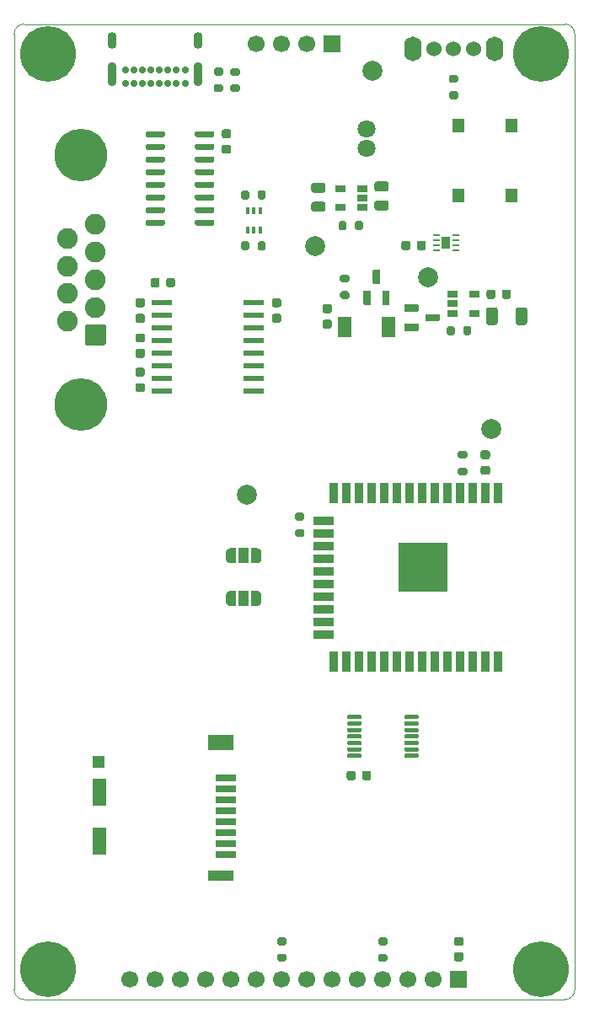
<source format=gts>
%TF.GenerationSoftware,KiCad,Pcbnew,5.1.10-88a1d61d58~88~ubuntu20.04.1*%
%TF.CreationDate,2021-06-24T14:50:30-05:00*%
%TF.ProjectId,MiOrigin,4d694f72-6967-4696-9e2e-6b696361645f,rev?*%
%TF.SameCoordinates,Original*%
%TF.FileFunction,Soldermask,Top*%
%TF.FilePolarity,Negative*%
%FSLAX46Y46*%
G04 Gerber Fmt 4.6, Leading zero omitted, Abs format (unit mm)*
G04 Created by KiCad (PCBNEW 5.1.10-88a1d61d58~88~ubuntu20.04.1) date 2021-06-24 14:50:30*
%MOMM*%
%LPD*%
G01*
G04 APERTURE LIST*
%TA.AperFunction,Profile*%
%ADD10C,0.010000*%
%TD*%
%ADD11C,1.700000*%
%ADD12R,1.700000X1.700000*%
%ADD13C,2.000000*%
%ADD14C,0.150000*%
%ADD15R,1.000000X1.500000*%
%ADD16R,0.900000X1.300000*%
%ADD17R,0.760000X0.270000*%
%ADD18R,1.200000X1.400000*%
%ADD19R,1.200000X1.200000*%
%ADD20R,1.400000X2.700000*%
%ADD21R,2.600000X1.500000*%
%ADD22R,2.600000X1.000000*%
%ADD23R,2.000000X0.700000*%
%ADD24R,2.060000X0.600000*%
%ADD25C,5.600000*%
%ADD26C,3.600000*%
%ADD27R,0.400000X0.650000*%
%ADD28R,1.060000X0.650000*%
%ADD29C,1.800860*%
%ADD30C,5.283200*%
%ADD31C,2.082800*%
%ADD32O,0.900000X1.700000*%
%ADD33O,0.900000X2.400000*%
%ADD34C,0.700000*%
%ADD35O,1.750000X2.500000*%
%ADD36C,1.524000*%
%ADD37R,1.400000X2.100000*%
%ADD38R,0.900000X2.000000*%
%ADD39R,2.000000X0.900000*%
%ADD40R,5.000000X5.000000*%
G04 APERTURE END LIST*
D10*
X125580000Y-143500000D02*
G75*
G02*
X124580000Y-142500000I0J1000000D01*
G01*
X180920000Y-142500000D02*
G75*
G02*
X179920000Y-143500000I-1000000J0D01*
G01*
X179920000Y-45500000D02*
G75*
G02*
X180920000Y-46500000I0J-1000000D01*
G01*
X124580000Y-46500000D02*
G75*
G02*
X125580000Y-45500000I1000000J0D01*
G01*
X124580000Y-142500000D02*
X124580000Y-46500000D01*
X180920000Y-142500000D02*
X180920000Y-46500000D01*
X179920000Y-143500000D02*
X125580000Y-143500000D01*
X125580000Y-45500000D02*
X179920000Y-45500000D01*
X125580000Y-143500000D02*
G75*
G02*
X124580000Y-142500000I0J1000000D01*
G01*
X180920000Y-142500000D02*
G75*
G02*
X179920000Y-143500000I-1000000J0D01*
G01*
X179920000Y-45500000D02*
G75*
G02*
X180920000Y-46500000I0J-1000000D01*
G01*
X124580000Y-46500000D02*
G75*
G02*
X125580000Y-45500000I1000000J0D01*
G01*
X124580000Y-142500000D02*
X124580000Y-46500000D01*
X180920000Y-142500000D02*
X180920000Y-46500000D01*
X179920000Y-143500000D02*
X125580000Y-143500000D01*
X125580000Y-45500000D02*
X179920000Y-45500000D01*
D11*
%TO.C,U4*%
X136240000Y-141500000D03*
X138780000Y-141500000D03*
X141320000Y-141490000D03*
X143860000Y-141490000D03*
X146400000Y-141490000D03*
X148940000Y-141490000D03*
X151480000Y-141490000D03*
X154020000Y-141490000D03*
X156560000Y-141490000D03*
X159100000Y-141490000D03*
X161640000Y-141490000D03*
X164180000Y-141490000D03*
X166720000Y-141490000D03*
D12*
X169260000Y-141490000D03*
X156560000Y-47500000D03*
D11*
X148940000Y-47500000D03*
X151480000Y-47500000D03*
X154020000Y-47500000D03*
%TD*%
D13*
%TO.C,TP6*%
X160600000Y-50200000D03*
%TD*%
D14*
%TO.C,JP2*%
G36*
X148400000Y-102450000D02*
G01*
X148950000Y-102450000D01*
X148950000Y-102450602D01*
X148974534Y-102450602D01*
X149023365Y-102455412D01*
X149071490Y-102464984D01*
X149118445Y-102479228D01*
X149163778Y-102498005D01*
X149207051Y-102521136D01*
X149247850Y-102548396D01*
X149285779Y-102579524D01*
X149320476Y-102614221D01*
X149351604Y-102652150D01*
X149378864Y-102692949D01*
X149401995Y-102736222D01*
X149420772Y-102781555D01*
X149435016Y-102828510D01*
X149444588Y-102876635D01*
X149449398Y-102925466D01*
X149449398Y-102950000D01*
X149450000Y-102950000D01*
X149450000Y-103450000D01*
X149449398Y-103450000D01*
X149449398Y-103474534D01*
X149444588Y-103523365D01*
X149435016Y-103571490D01*
X149420772Y-103618445D01*
X149401995Y-103663778D01*
X149378864Y-103707051D01*
X149351604Y-103747850D01*
X149320476Y-103785779D01*
X149285779Y-103820476D01*
X149247850Y-103851604D01*
X149207051Y-103878864D01*
X149163778Y-103901995D01*
X149118445Y-103920772D01*
X149071490Y-103935016D01*
X149023365Y-103944588D01*
X148974534Y-103949398D01*
X148950000Y-103949398D01*
X148950000Y-103950000D01*
X148400000Y-103950000D01*
X148400000Y-102450000D01*
G37*
D15*
X147650000Y-103200000D03*
D14*
G36*
X146350000Y-103949398D02*
G01*
X146325466Y-103949398D01*
X146276635Y-103944588D01*
X146228510Y-103935016D01*
X146181555Y-103920772D01*
X146136222Y-103901995D01*
X146092949Y-103878864D01*
X146052150Y-103851604D01*
X146014221Y-103820476D01*
X145979524Y-103785779D01*
X145948396Y-103747850D01*
X145921136Y-103707051D01*
X145898005Y-103663778D01*
X145879228Y-103618445D01*
X145864984Y-103571490D01*
X145855412Y-103523365D01*
X145850602Y-103474534D01*
X145850602Y-103450000D01*
X145850000Y-103450000D01*
X145850000Y-102950000D01*
X145850602Y-102950000D01*
X145850602Y-102925466D01*
X145855412Y-102876635D01*
X145864984Y-102828510D01*
X145879228Y-102781555D01*
X145898005Y-102736222D01*
X145921136Y-102692949D01*
X145948396Y-102652150D01*
X145979524Y-102614221D01*
X146014221Y-102579524D01*
X146052150Y-102548396D01*
X146092949Y-102521136D01*
X146136222Y-102498005D01*
X146181555Y-102479228D01*
X146228510Y-102464984D01*
X146276635Y-102455412D01*
X146325466Y-102450602D01*
X146350000Y-102450602D01*
X146350000Y-102450000D01*
X146900000Y-102450000D01*
X146900000Y-103950000D01*
X146350000Y-103950000D01*
X146350000Y-103949398D01*
G37*
%TD*%
%TO.C,JP1*%
G36*
X148400000Y-98150000D02*
G01*
X148950000Y-98150000D01*
X148950000Y-98150602D01*
X148974534Y-98150602D01*
X149023365Y-98155412D01*
X149071490Y-98164984D01*
X149118445Y-98179228D01*
X149163778Y-98198005D01*
X149207051Y-98221136D01*
X149247850Y-98248396D01*
X149285779Y-98279524D01*
X149320476Y-98314221D01*
X149351604Y-98352150D01*
X149378864Y-98392949D01*
X149401995Y-98436222D01*
X149420772Y-98481555D01*
X149435016Y-98528510D01*
X149444588Y-98576635D01*
X149449398Y-98625466D01*
X149449398Y-98650000D01*
X149450000Y-98650000D01*
X149450000Y-99150000D01*
X149449398Y-99150000D01*
X149449398Y-99174534D01*
X149444588Y-99223365D01*
X149435016Y-99271490D01*
X149420772Y-99318445D01*
X149401995Y-99363778D01*
X149378864Y-99407051D01*
X149351604Y-99447850D01*
X149320476Y-99485779D01*
X149285779Y-99520476D01*
X149247850Y-99551604D01*
X149207051Y-99578864D01*
X149163778Y-99601995D01*
X149118445Y-99620772D01*
X149071490Y-99635016D01*
X149023365Y-99644588D01*
X148974534Y-99649398D01*
X148950000Y-99649398D01*
X148950000Y-99650000D01*
X148400000Y-99650000D01*
X148400000Y-98150000D01*
G37*
D15*
X147650000Y-98900000D03*
D14*
G36*
X146350000Y-99649398D02*
G01*
X146325466Y-99649398D01*
X146276635Y-99644588D01*
X146228510Y-99635016D01*
X146181555Y-99620772D01*
X146136222Y-99601995D01*
X146092949Y-99578864D01*
X146052150Y-99551604D01*
X146014221Y-99520476D01*
X145979524Y-99485779D01*
X145948396Y-99447850D01*
X145921136Y-99407051D01*
X145898005Y-99363778D01*
X145879228Y-99318445D01*
X145864984Y-99271490D01*
X145855412Y-99223365D01*
X145850602Y-99174534D01*
X145850602Y-99150000D01*
X145850000Y-99150000D01*
X145850000Y-98650000D01*
X145850602Y-98650000D01*
X145850602Y-98625466D01*
X145855412Y-98576635D01*
X145864984Y-98528510D01*
X145879228Y-98481555D01*
X145898005Y-98436222D01*
X145921136Y-98392949D01*
X145948396Y-98352150D01*
X145979524Y-98314221D01*
X146014221Y-98279524D01*
X146052150Y-98248396D01*
X146092949Y-98221136D01*
X146136222Y-98198005D01*
X146181555Y-98179228D01*
X146228510Y-98164984D01*
X146276635Y-98155412D01*
X146325466Y-98150602D01*
X146350000Y-98150602D01*
X146350000Y-98150000D01*
X146900000Y-98150000D01*
X146900000Y-99650000D01*
X146350000Y-99650000D01*
X146350000Y-99649398D01*
G37*
%TD*%
D13*
%TO.C,TP5*%
X166150000Y-70900000D03*
%TD*%
%TO.C,TP3*%
X154850000Y-67800000D03*
%TD*%
%TO.C,TP2*%
X147950000Y-92800000D03*
%TD*%
%TO.C,TP1*%
X172550000Y-86200000D03*
%TD*%
%TO.C,U7*%
G36*
G01*
X159515000Y-118920000D02*
X159515000Y-119120000D01*
G75*
G02*
X159415000Y-119220000I-100000J0D01*
G01*
X158140000Y-119220000D01*
G75*
G02*
X158040000Y-119120000I0J100000D01*
G01*
X158040000Y-118920000D01*
G75*
G02*
X158140000Y-118820000I100000J0D01*
G01*
X159415000Y-118820000D01*
G75*
G02*
X159515000Y-118920000I0J-100000D01*
G01*
G37*
G36*
G01*
X159515000Y-118270000D02*
X159515000Y-118470000D01*
G75*
G02*
X159415000Y-118570000I-100000J0D01*
G01*
X158140000Y-118570000D01*
G75*
G02*
X158040000Y-118470000I0J100000D01*
G01*
X158040000Y-118270000D01*
G75*
G02*
X158140000Y-118170000I100000J0D01*
G01*
X159415000Y-118170000D01*
G75*
G02*
X159515000Y-118270000I0J-100000D01*
G01*
G37*
G36*
G01*
X159515000Y-117620000D02*
X159515000Y-117820000D01*
G75*
G02*
X159415000Y-117920000I-100000J0D01*
G01*
X158140000Y-117920000D01*
G75*
G02*
X158040000Y-117820000I0J100000D01*
G01*
X158040000Y-117620000D01*
G75*
G02*
X158140000Y-117520000I100000J0D01*
G01*
X159415000Y-117520000D01*
G75*
G02*
X159515000Y-117620000I0J-100000D01*
G01*
G37*
G36*
G01*
X159515000Y-116970000D02*
X159515000Y-117170000D01*
G75*
G02*
X159415000Y-117270000I-100000J0D01*
G01*
X158140000Y-117270000D01*
G75*
G02*
X158040000Y-117170000I0J100000D01*
G01*
X158040000Y-116970000D01*
G75*
G02*
X158140000Y-116870000I100000J0D01*
G01*
X159415000Y-116870000D01*
G75*
G02*
X159515000Y-116970000I0J-100000D01*
G01*
G37*
G36*
G01*
X159515000Y-116320000D02*
X159515000Y-116520000D01*
G75*
G02*
X159415000Y-116620000I-100000J0D01*
G01*
X158140000Y-116620000D01*
G75*
G02*
X158040000Y-116520000I0J100000D01*
G01*
X158040000Y-116320000D01*
G75*
G02*
X158140000Y-116220000I100000J0D01*
G01*
X159415000Y-116220000D01*
G75*
G02*
X159515000Y-116320000I0J-100000D01*
G01*
G37*
G36*
G01*
X159515000Y-115670000D02*
X159515000Y-115870000D01*
G75*
G02*
X159415000Y-115970000I-100000J0D01*
G01*
X158140000Y-115970000D01*
G75*
G02*
X158040000Y-115870000I0J100000D01*
G01*
X158040000Y-115670000D01*
G75*
G02*
X158140000Y-115570000I100000J0D01*
G01*
X159415000Y-115570000D01*
G75*
G02*
X159515000Y-115670000I0J-100000D01*
G01*
G37*
G36*
G01*
X159515000Y-115020000D02*
X159515000Y-115220000D01*
G75*
G02*
X159415000Y-115320000I-100000J0D01*
G01*
X158140000Y-115320000D01*
G75*
G02*
X158040000Y-115220000I0J100000D01*
G01*
X158040000Y-115020000D01*
G75*
G02*
X158140000Y-114920000I100000J0D01*
G01*
X159415000Y-114920000D01*
G75*
G02*
X159515000Y-115020000I0J-100000D01*
G01*
G37*
G36*
G01*
X165240000Y-115020000D02*
X165240000Y-115220000D01*
G75*
G02*
X165140000Y-115320000I-100000J0D01*
G01*
X163865000Y-115320000D01*
G75*
G02*
X163765000Y-115220000I0J100000D01*
G01*
X163765000Y-115020000D01*
G75*
G02*
X163865000Y-114920000I100000J0D01*
G01*
X165140000Y-114920000D01*
G75*
G02*
X165240000Y-115020000I0J-100000D01*
G01*
G37*
G36*
G01*
X165240000Y-115670000D02*
X165240000Y-115870000D01*
G75*
G02*
X165140000Y-115970000I-100000J0D01*
G01*
X163865000Y-115970000D01*
G75*
G02*
X163765000Y-115870000I0J100000D01*
G01*
X163765000Y-115670000D01*
G75*
G02*
X163865000Y-115570000I100000J0D01*
G01*
X165140000Y-115570000D01*
G75*
G02*
X165240000Y-115670000I0J-100000D01*
G01*
G37*
G36*
G01*
X165240000Y-116320000D02*
X165240000Y-116520000D01*
G75*
G02*
X165140000Y-116620000I-100000J0D01*
G01*
X163865000Y-116620000D01*
G75*
G02*
X163765000Y-116520000I0J100000D01*
G01*
X163765000Y-116320000D01*
G75*
G02*
X163865000Y-116220000I100000J0D01*
G01*
X165140000Y-116220000D01*
G75*
G02*
X165240000Y-116320000I0J-100000D01*
G01*
G37*
G36*
G01*
X165240000Y-116970000D02*
X165240000Y-117170000D01*
G75*
G02*
X165140000Y-117270000I-100000J0D01*
G01*
X163865000Y-117270000D01*
G75*
G02*
X163765000Y-117170000I0J100000D01*
G01*
X163765000Y-116970000D01*
G75*
G02*
X163865000Y-116870000I100000J0D01*
G01*
X165140000Y-116870000D01*
G75*
G02*
X165240000Y-116970000I0J-100000D01*
G01*
G37*
G36*
G01*
X165240000Y-117620000D02*
X165240000Y-117820000D01*
G75*
G02*
X165140000Y-117920000I-100000J0D01*
G01*
X163865000Y-117920000D01*
G75*
G02*
X163765000Y-117820000I0J100000D01*
G01*
X163765000Y-117620000D01*
G75*
G02*
X163865000Y-117520000I100000J0D01*
G01*
X165140000Y-117520000D01*
G75*
G02*
X165240000Y-117620000I0J-100000D01*
G01*
G37*
G36*
G01*
X165240000Y-118270000D02*
X165240000Y-118470000D01*
G75*
G02*
X165140000Y-118570000I-100000J0D01*
G01*
X163865000Y-118570000D01*
G75*
G02*
X163765000Y-118470000I0J100000D01*
G01*
X163765000Y-118270000D01*
G75*
G02*
X163865000Y-118170000I100000J0D01*
G01*
X165140000Y-118170000D01*
G75*
G02*
X165240000Y-118270000I0J-100000D01*
G01*
G37*
G36*
G01*
X165240000Y-118920000D02*
X165240000Y-119120000D01*
G75*
G02*
X165140000Y-119220000I-100000J0D01*
G01*
X163865000Y-119220000D01*
G75*
G02*
X163765000Y-119120000I0J100000D01*
G01*
X163765000Y-118920000D01*
G75*
G02*
X163865000Y-118820000I100000J0D01*
G01*
X165140000Y-118820000D01*
G75*
G02*
X165240000Y-118920000I0J-100000D01*
G01*
G37*
%TD*%
D16*
%TO.C,U6*%
X167975000Y-67450000D03*
D17*
X168960000Y-66700000D03*
X168960000Y-67200000D03*
X168960000Y-67700000D03*
X168960000Y-68200000D03*
X166990000Y-68200000D03*
X166990000Y-67700000D03*
X166990000Y-67200000D03*
X166990000Y-66700000D03*
%TD*%
D18*
%TO.C,S3*%
X169210800Y-55716600D03*
X169210800Y-62716600D03*
%TD*%
%TO.C,S2*%
X174595600Y-55711400D03*
X174595600Y-62711400D03*
%TD*%
D19*
%TO.C,J3*%
X133086800Y-119596400D03*
D20*
X133186800Y-127546400D03*
X133186800Y-122646400D03*
D21*
X145386800Y-117696400D03*
D22*
X145386800Y-131046400D03*
D23*
X145886800Y-121246400D03*
X145886800Y-122346400D03*
X145886800Y-123446400D03*
X145886800Y-124546400D03*
X145886800Y-125646400D03*
X145886800Y-126746400D03*
X145886800Y-127846400D03*
X145886800Y-128946400D03*
%TD*%
%TO.C,C11*%
G36*
G01*
X159550000Y-121250000D02*
X159550000Y-120750000D01*
G75*
G02*
X159775000Y-120525000I225000J0D01*
G01*
X160225000Y-120525000D01*
G75*
G02*
X160450000Y-120750000I0J-225000D01*
G01*
X160450000Y-121250000D01*
G75*
G02*
X160225000Y-121475000I-225000J0D01*
G01*
X159775000Y-121475000D01*
G75*
G02*
X159550000Y-121250000I0J225000D01*
G01*
G37*
G36*
G01*
X158000000Y-121250000D02*
X158000000Y-120750000D01*
G75*
G02*
X158225000Y-120525000I225000J0D01*
G01*
X158675000Y-120525000D01*
G75*
G02*
X158900000Y-120750000I0J-225000D01*
G01*
X158900000Y-121250000D01*
G75*
G02*
X158675000Y-121475000I-225000J0D01*
G01*
X158225000Y-121475000D01*
G75*
G02*
X158000000Y-121250000I0J225000D01*
G01*
G37*
%TD*%
%TO.C,C8*%
G36*
G01*
X165050000Y-68000000D02*
X165050000Y-67500000D01*
G75*
G02*
X165275000Y-67275000I225000J0D01*
G01*
X165725000Y-67275000D01*
G75*
G02*
X165950000Y-67500000I0J-225000D01*
G01*
X165950000Y-68000000D01*
G75*
G02*
X165725000Y-68225000I-225000J0D01*
G01*
X165275000Y-68225000D01*
G75*
G02*
X165050000Y-68000000I0J225000D01*
G01*
G37*
G36*
G01*
X163500000Y-68000000D02*
X163500000Y-67500000D01*
G75*
G02*
X163725000Y-67275000I225000J0D01*
G01*
X164175000Y-67275000D01*
G75*
G02*
X164400000Y-67500000I0J-225000D01*
G01*
X164400000Y-68000000D01*
G75*
G02*
X164175000Y-68225000I-225000J0D01*
G01*
X163725000Y-68225000D01*
G75*
G02*
X163500000Y-68000000I0J225000D01*
G01*
G37*
%TD*%
%TO.C,C4*%
G36*
G01*
X156300000Y-74550000D02*
X155800000Y-74550000D01*
G75*
G02*
X155575000Y-74325000I0J225000D01*
G01*
X155575000Y-73875000D01*
G75*
G02*
X155800000Y-73650000I225000J0D01*
G01*
X156300000Y-73650000D01*
G75*
G02*
X156525000Y-73875000I0J-225000D01*
G01*
X156525000Y-74325000D01*
G75*
G02*
X156300000Y-74550000I-225000J0D01*
G01*
G37*
G36*
G01*
X156300000Y-76100000D02*
X155800000Y-76100000D01*
G75*
G02*
X155575000Y-75875000I0J225000D01*
G01*
X155575000Y-75425000D01*
G75*
G02*
X155800000Y-75200000I225000J0D01*
G01*
X156300000Y-75200000D01*
G75*
G02*
X156525000Y-75425000I0J-225000D01*
G01*
X156525000Y-75875000D01*
G75*
G02*
X156300000Y-76100000I-225000J0D01*
G01*
G37*
%TD*%
%TO.C,C2*%
G36*
G01*
X154681000Y-63346000D02*
X155631000Y-63346000D01*
G75*
G02*
X155881000Y-63596000I0J-250000D01*
G01*
X155881000Y-64096000D01*
G75*
G02*
X155631000Y-64346000I-250000J0D01*
G01*
X154681000Y-64346000D01*
G75*
G02*
X154431000Y-64096000I0J250000D01*
G01*
X154431000Y-63596000D01*
G75*
G02*
X154681000Y-63346000I250000J0D01*
G01*
G37*
G36*
G01*
X154681000Y-61446000D02*
X155631000Y-61446000D01*
G75*
G02*
X155881000Y-61696000I0J-250000D01*
G01*
X155881000Y-62196000D01*
G75*
G02*
X155631000Y-62446000I-250000J0D01*
G01*
X154681000Y-62446000D01*
G75*
G02*
X154431000Y-62196000I0J250000D01*
G01*
X154431000Y-61696000D01*
G75*
G02*
X154681000Y-61446000I250000J0D01*
G01*
G37*
%TD*%
D24*
%TO.C,U8*%
X148690000Y-73510000D03*
X148690000Y-74780000D03*
X148690000Y-76050000D03*
X148690000Y-77320000D03*
X148690000Y-78590000D03*
X148690000Y-79860000D03*
X148690000Y-81130000D03*
X148690000Y-82400000D03*
X139410000Y-82400000D03*
X139410000Y-81130000D03*
X139410000Y-79860000D03*
X139410000Y-78590000D03*
X139410000Y-77320000D03*
X139410000Y-76050000D03*
X139410000Y-74780000D03*
X139410000Y-73510000D03*
%TD*%
%TO.C,C7*%
G36*
G01*
X174975000Y-75500001D02*
X174975000Y-74199999D01*
G75*
G02*
X175224999Y-73950000I249999J0D01*
G01*
X175875001Y-73950000D01*
G75*
G02*
X176125000Y-74199999I0J-249999D01*
G01*
X176125000Y-75500001D01*
G75*
G02*
X175875001Y-75750000I-249999J0D01*
G01*
X175224999Y-75750000D01*
G75*
G02*
X174975000Y-75500001I0J249999D01*
G01*
G37*
G36*
G01*
X172025000Y-75500001D02*
X172025000Y-74199999D01*
G75*
G02*
X172274999Y-73950000I249999J0D01*
G01*
X172925001Y-73950000D01*
G75*
G02*
X173175000Y-74199999I0J-249999D01*
G01*
X173175000Y-75500001D01*
G75*
G02*
X172925001Y-75750000I-249999J0D01*
G01*
X172274999Y-75750000D01*
G75*
G02*
X172025000Y-75500001I0J249999D01*
G01*
G37*
%TD*%
%TO.C,C3*%
G36*
G01*
X161031000Y-63224000D02*
X161981000Y-63224000D01*
G75*
G02*
X162231000Y-63474000I0J-250000D01*
G01*
X162231000Y-63974000D01*
G75*
G02*
X161981000Y-64224000I-250000J0D01*
G01*
X161031000Y-64224000D01*
G75*
G02*
X160781000Y-63974000I0J250000D01*
G01*
X160781000Y-63474000D01*
G75*
G02*
X161031000Y-63224000I250000J0D01*
G01*
G37*
G36*
G01*
X161031000Y-61324000D02*
X161981000Y-61324000D01*
G75*
G02*
X162231000Y-61574000I0J-250000D01*
G01*
X162231000Y-62074000D01*
G75*
G02*
X161981000Y-62324000I-250000J0D01*
G01*
X161031000Y-62324000D01*
G75*
G02*
X160781000Y-62074000I0J250000D01*
G01*
X160781000Y-61574000D01*
G75*
G02*
X161031000Y-61324000I250000J0D01*
G01*
G37*
%TD*%
D25*
%TO.C,H4*%
X177500000Y-140480000D03*
D26*
X177500000Y-140480000D03*
%TD*%
D25*
%TO.C,H3*%
X177500000Y-48520000D03*
D26*
X177500000Y-48520000D03*
%TD*%
D25*
%TO.C,H2*%
X128000000Y-140480000D03*
D26*
X128000000Y-140480000D03*
%TD*%
D25*
%TO.C,H1*%
X128000000Y-48520000D03*
D26*
X128000000Y-48520000D03*
%TD*%
%TO.C,R17*%
G36*
G01*
X161365000Y-138905600D02*
X161915000Y-138905600D01*
G75*
G02*
X162115000Y-139105600I0J-200000D01*
G01*
X162115000Y-139505600D01*
G75*
G02*
X161915000Y-139705600I-200000J0D01*
G01*
X161365000Y-139705600D01*
G75*
G02*
X161165000Y-139505600I0J200000D01*
G01*
X161165000Y-139105600D01*
G75*
G02*
X161365000Y-138905600I200000J0D01*
G01*
G37*
G36*
G01*
X161365000Y-137255600D02*
X161915000Y-137255600D01*
G75*
G02*
X162115000Y-137455600I0J-200000D01*
G01*
X162115000Y-137855600D01*
G75*
G02*
X161915000Y-138055600I-200000J0D01*
G01*
X161365000Y-138055600D01*
G75*
G02*
X161165000Y-137855600I0J200000D01*
G01*
X161165000Y-137455600D01*
G75*
G02*
X161365000Y-137255600I200000J0D01*
G01*
G37*
%TD*%
%TO.C,R16*%
G36*
G01*
X151205000Y-138892400D02*
X151755000Y-138892400D01*
G75*
G02*
X151955000Y-139092400I0J-200000D01*
G01*
X151955000Y-139492400D01*
G75*
G02*
X151755000Y-139692400I-200000J0D01*
G01*
X151205000Y-139692400D01*
G75*
G02*
X151005000Y-139492400I0J200000D01*
G01*
X151005000Y-139092400D01*
G75*
G02*
X151205000Y-138892400I200000J0D01*
G01*
G37*
G36*
G01*
X151205000Y-137242400D02*
X151755000Y-137242400D01*
G75*
G02*
X151955000Y-137442400I0J-200000D01*
G01*
X151955000Y-137842400D01*
G75*
G02*
X151755000Y-138042400I-200000J0D01*
G01*
X151205000Y-138042400D01*
G75*
G02*
X151005000Y-137842400I0J200000D01*
G01*
X151005000Y-137442400D01*
G75*
G02*
X151205000Y-137242400I200000J0D01*
G01*
G37*
%TD*%
D27*
%TO.C,Q1*%
X148034800Y-64262600D03*
X149334800Y-64262600D03*
X148684800Y-66162600D03*
X148684800Y-64262600D03*
X149334800Y-66162600D03*
X148034800Y-66162600D03*
%TD*%
%TO.C,C9*%
G36*
G01*
X169510000Y-138104000D02*
X169010000Y-138104000D01*
G75*
G02*
X168785000Y-137879000I0J225000D01*
G01*
X168785000Y-137429000D01*
G75*
G02*
X169010000Y-137204000I225000J0D01*
G01*
X169510000Y-137204000D01*
G75*
G02*
X169735000Y-137429000I0J-225000D01*
G01*
X169735000Y-137879000D01*
G75*
G02*
X169510000Y-138104000I-225000J0D01*
G01*
G37*
G36*
G01*
X169510000Y-139654000D02*
X169010000Y-139654000D01*
G75*
G02*
X168785000Y-139429000I0J225000D01*
G01*
X168785000Y-138979000D01*
G75*
G02*
X169010000Y-138754000I225000J0D01*
G01*
X169510000Y-138754000D01*
G75*
G02*
X169735000Y-138979000I0J-225000D01*
G01*
X169735000Y-139429000D01*
G75*
G02*
X169510000Y-139654000I-225000J0D01*
G01*
G37*
%TD*%
%TO.C,R7*%
G36*
G01*
X144829600Y-49878600D02*
X145379600Y-49878600D01*
G75*
G02*
X145579600Y-50078600I0J-200000D01*
G01*
X145579600Y-50478600D01*
G75*
G02*
X145379600Y-50678600I-200000J0D01*
G01*
X144829600Y-50678600D01*
G75*
G02*
X144629600Y-50478600I0J200000D01*
G01*
X144629600Y-50078600D01*
G75*
G02*
X144829600Y-49878600I200000J0D01*
G01*
G37*
G36*
G01*
X144829600Y-51528600D02*
X145379600Y-51528600D01*
G75*
G02*
X145579600Y-51728600I0J-200000D01*
G01*
X145579600Y-52128600D01*
G75*
G02*
X145379600Y-52328600I-200000J0D01*
G01*
X144829600Y-52328600D01*
G75*
G02*
X144629600Y-52128600I0J200000D01*
G01*
X144629600Y-51728600D01*
G75*
G02*
X144829600Y-51528600I200000J0D01*
G01*
G37*
%TD*%
%TO.C,R14*%
G36*
G01*
X168475000Y-52250000D02*
X169025000Y-52250000D01*
G75*
G02*
X169225000Y-52450000I0J-200000D01*
G01*
X169225000Y-52850000D01*
G75*
G02*
X169025000Y-53050000I-200000J0D01*
G01*
X168475000Y-53050000D01*
G75*
G02*
X168275000Y-52850000I0J200000D01*
G01*
X168275000Y-52450000D01*
G75*
G02*
X168475000Y-52250000I200000J0D01*
G01*
G37*
G36*
G01*
X168475000Y-50600000D02*
X169025000Y-50600000D01*
G75*
G02*
X169225000Y-50800000I0J-200000D01*
G01*
X169225000Y-51200000D01*
G75*
G02*
X169025000Y-51400000I-200000J0D01*
G01*
X168475000Y-51400000D01*
G75*
G02*
X168275000Y-51200000I0J200000D01*
G01*
X168275000Y-50800000D01*
G75*
G02*
X168475000Y-50600000I200000J0D01*
G01*
G37*
%TD*%
%TO.C,C17*%
G36*
G01*
X137000000Y-81575000D02*
X137500000Y-81575000D01*
G75*
G02*
X137725000Y-81800000I0J-225000D01*
G01*
X137725000Y-82250000D01*
G75*
G02*
X137500000Y-82475000I-225000J0D01*
G01*
X137000000Y-82475000D01*
G75*
G02*
X136775000Y-82250000I0J225000D01*
G01*
X136775000Y-81800000D01*
G75*
G02*
X137000000Y-81575000I225000J0D01*
G01*
G37*
G36*
G01*
X137000000Y-80025000D02*
X137500000Y-80025000D01*
G75*
G02*
X137725000Y-80250000I0J-225000D01*
G01*
X137725000Y-80700000D01*
G75*
G02*
X137500000Y-80925000I-225000J0D01*
G01*
X137000000Y-80925000D01*
G75*
G02*
X136775000Y-80700000I0J225000D01*
G01*
X136775000Y-80250000D01*
G75*
G02*
X137000000Y-80025000I225000J0D01*
G01*
G37*
%TD*%
%TO.C,C16*%
G36*
G01*
X137510000Y-73960000D02*
X137010000Y-73960000D01*
G75*
G02*
X136785000Y-73735000I0J225000D01*
G01*
X136785000Y-73285000D01*
G75*
G02*
X137010000Y-73060000I225000J0D01*
G01*
X137510000Y-73060000D01*
G75*
G02*
X137735000Y-73285000I0J-225000D01*
G01*
X137735000Y-73735000D01*
G75*
G02*
X137510000Y-73960000I-225000J0D01*
G01*
G37*
G36*
G01*
X137510000Y-75510000D02*
X137010000Y-75510000D01*
G75*
G02*
X136785000Y-75285000I0J225000D01*
G01*
X136785000Y-74835000D01*
G75*
G02*
X137010000Y-74610000I225000J0D01*
G01*
X137510000Y-74610000D01*
G75*
G02*
X137735000Y-74835000I0J-225000D01*
G01*
X137735000Y-75285000D01*
G75*
G02*
X137510000Y-75510000I-225000J0D01*
G01*
G37*
%TD*%
%TO.C,C15*%
G36*
G01*
X137010000Y-78140000D02*
X137510000Y-78140000D01*
G75*
G02*
X137735000Y-78365000I0J-225000D01*
G01*
X137735000Y-78815000D01*
G75*
G02*
X137510000Y-79040000I-225000J0D01*
G01*
X137010000Y-79040000D01*
G75*
G02*
X136785000Y-78815000I0J225000D01*
G01*
X136785000Y-78365000D01*
G75*
G02*
X137010000Y-78140000I225000J0D01*
G01*
G37*
G36*
G01*
X137010000Y-76590000D02*
X137510000Y-76590000D01*
G75*
G02*
X137735000Y-76815000I0J-225000D01*
G01*
X137735000Y-77265000D01*
G75*
G02*
X137510000Y-77490000I-225000J0D01*
G01*
X137010000Y-77490000D01*
G75*
G02*
X136785000Y-77265000I0J225000D01*
G01*
X136785000Y-76815000D01*
G75*
G02*
X137010000Y-76590000I225000J0D01*
G01*
G37*
%TD*%
%TO.C,C14*%
G36*
G01*
X139858000Y-71728000D02*
X139858000Y-71228000D01*
G75*
G02*
X140083000Y-71003000I225000J0D01*
G01*
X140533000Y-71003000D01*
G75*
G02*
X140758000Y-71228000I0J-225000D01*
G01*
X140758000Y-71728000D01*
G75*
G02*
X140533000Y-71953000I-225000J0D01*
G01*
X140083000Y-71953000D01*
G75*
G02*
X139858000Y-71728000I0J225000D01*
G01*
G37*
G36*
G01*
X138308000Y-71728000D02*
X138308000Y-71228000D01*
G75*
G02*
X138533000Y-71003000I225000J0D01*
G01*
X138983000Y-71003000D01*
G75*
G02*
X139208000Y-71228000I0J-225000D01*
G01*
X139208000Y-71728000D01*
G75*
G02*
X138983000Y-71953000I-225000J0D01*
G01*
X138533000Y-71953000D01*
G75*
G02*
X138308000Y-71728000I0J225000D01*
G01*
G37*
%TD*%
%TO.C,C13*%
G36*
G01*
X150700000Y-74610000D02*
X151200000Y-74610000D01*
G75*
G02*
X151425000Y-74835000I0J-225000D01*
G01*
X151425000Y-75285000D01*
G75*
G02*
X151200000Y-75510000I-225000J0D01*
G01*
X150700000Y-75510000D01*
G75*
G02*
X150475000Y-75285000I0J225000D01*
G01*
X150475000Y-74835000D01*
G75*
G02*
X150700000Y-74610000I225000J0D01*
G01*
G37*
G36*
G01*
X150700000Y-73060000D02*
X151200000Y-73060000D01*
G75*
G02*
X151425000Y-73285000I0J-225000D01*
G01*
X151425000Y-73735000D01*
G75*
G02*
X151200000Y-73960000I-225000J0D01*
G01*
X150700000Y-73960000D01*
G75*
G02*
X150475000Y-73735000I0J225000D01*
G01*
X150475000Y-73285000D01*
G75*
G02*
X150700000Y-73060000I225000J0D01*
G01*
G37*
%TD*%
%TO.C,C12*%
G36*
G01*
X172177000Y-89222000D02*
X171677000Y-89222000D01*
G75*
G02*
X171452000Y-88997000I0J225000D01*
G01*
X171452000Y-88547000D01*
G75*
G02*
X171677000Y-88322000I225000J0D01*
G01*
X172177000Y-88322000D01*
G75*
G02*
X172402000Y-88547000I0J-225000D01*
G01*
X172402000Y-88997000D01*
G75*
G02*
X172177000Y-89222000I-225000J0D01*
G01*
G37*
G36*
G01*
X172177000Y-90772000D02*
X171677000Y-90772000D01*
G75*
G02*
X171452000Y-90547000I0J225000D01*
G01*
X171452000Y-90097000D01*
G75*
G02*
X171677000Y-89872000I225000J0D01*
G01*
X172177000Y-89872000D01*
G75*
G02*
X172402000Y-90097000I0J-225000D01*
G01*
X172402000Y-90547000D01*
G75*
G02*
X172177000Y-90772000I-225000J0D01*
G01*
G37*
%TD*%
D28*
%TO.C,U3*%
X157358000Y-63912000D03*
X157358000Y-62012000D03*
X159558000Y-62012000D03*
X159558000Y-62962000D03*
X159558000Y-63912000D03*
%TD*%
%TO.C,R12*%
G36*
G01*
X153558400Y-95383600D02*
X153008400Y-95383600D01*
G75*
G02*
X152808400Y-95183600I0J200000D01*
G01*
X152808400Y-94783600D01*
G75*
G02*
X153008400Y-94583600I200000J0D01*
G01*
X153558400Y-94583600D01*
G75*
G02*
X153758400Y-94783600I0J-200000D01*
G01*
X153758400Y-95183600D01*
G75*
G02*
X153558400Y-95383600I-200000J0D01*
G01*
G37*
G36*
G01*
X153558400Y-97033600D02*
X153008400Y-97033600D01*
G75*
G02*
X152808400Y-96833600I0J200000D01*
G01*
X152808400Y-96433600D01*
G75*
G02*
X153008400Y-96233600I200000J0D01*
G01*
X153558400Y-96233600D01*
G75*
G02*
X153758400Y-96433600I0J-200000D01*
G01*
X153758400Y-96833600D01*
G75*
G02*
X153558400Y-97033600I-200000J0D01*
G01*
G37*
%TD*%
%TO.C,R9*%
G36*
G01*
X158820000Y-66031000D02*
X158820000Y-65481000D01*
G75*
G02*
X159020000Y-65281000I200000J0D01*
G01*
X159420000Y-65281000D01*
G75*
G02*
X159620000Y-65481000I0J-200000D01*
G01*
X159620000Y-66031000D01*
G75*
G02*
X159420000Y-66231000I-200000J0D01*
G01*
X159020000Y-66231000D01*
G75*
G02*
X158820000Y-66031000I0J200000D01*
G01*
G37*
G36*
G01*
X157170000Y-66031000D02*
X157170000Y-65481000D01*
G75*
G02*
X157370000Y-65281000I200000J0D01*
G01*
X157770000Y-65281000D01*
G75*
G02*
X157970000Y-65481000I0J-200000D01*
G01*
X157970000Y-66031000D01*
G75*
G02*
X157770000Y-66231000I-200000J0D01*
G01*
X157370000Y-66231000D01*
G75*
G02*
X157170000Y-66031000I0J200000D01*
G01*
G37*
%TD*%
%TO.C,R3*%
G36*
G01*
X169366000Y-90035000D02*
X169916000Y-90035000D01*
G75*
G02*
X170116000Y-90235000I0J-200000D01*
G01*
X170116000Y-90635000D01*
G75*
G02*
X169916000Y-90835000I-200000J0D01*
G01*
X169366000Y-90835000D01*
G75*
G02*
X169166000Y-90635000I0J200000D01*
G01*
X169166000Y-90235000D01*
G75*
G02*
X169366000Y-90035000I200000J0D01*
G01*
G37*
G36*
G01*
X169366000Y-88385000D02*
X169916000Y-88385000D01*
G75*
G02*
X170116000Y-88585000I0J-200000D01*
G01*
X170116000Y-88985000D01*
G75*
G02*
X169916000Y-89185000I-200000J0D01*
G01*
X169366000Y-89185000D01*
G75*
G02*
X169166000Y-88985000I0J200000D01*
G01*
X169166000Y-88585000D01*
G75*
G02*
X169366000Y-88385000I200000J0D01*
G01*
G37*
%TD*%
D29*
%TO.C,J4*%
X160000000Y-56001780D03*
X160000000Y-57998220D03*
%TD*%
D30*
%TO.C,J5*%
X131330140Y-58686000D03*
X131330140Y-83684680D03*
D31*
X129910280Y-75333160D03*
X129910280Y-72564560D03*
X129910280Y-69806120D03*
X129910280Y-67037520D03*
G36*
G01*
X133689800Y-77766480D02*
X131810200Y-77766480D01*
G75*
G02*
X131708600Y-77664880I0J101600D01*
G01*
X131708600Y-75785280D01*
G75*
G02*
X131810200Y-75683680I101600J0D01*
G01*
X133689800Y-75683680D01*
G75*
G02*
X133791400Y-75785280I0J-101600D01*
G01*
X133791400Y-77664880D01*
G75*
G02*
X133689800Y-77766480I-101600J0D01*
G01*
G37*
X132750000Y-73953940D03*
X132750000Y-71185340D03*
X132750000Y-68416740D03*
X132750000Y-65645600D03*
%TD*%
D32*
%TO.C,J2*%
X134450000Y-47140000D03*
X143100000Y-47140000D03*
D33*
X134450000Y-50520000D03*
X143100000Y-50520000D03*
D34*
X138350000Y-50150000D03*
X135800000Y-50150000D03*
X136650000Y-50150000D03*
X137500000Y-50150000D03*
X141750000Y-50150000D03*
X140050000Y-50150000D03*
X139200000Y-50150000D03*
X140900000Y-50150000D03*
X135800000Y-51500000D03*
X136650000Y-51500000D03*
X137500000Y-51500000D03*
X138350000Y-51500000D03*
X139200000Y-51500000D03*
X140050000Y-51500000D03*
X140900000Y-51500000D03*
X141750000Y-51500000D03*
%TD*%
D35*
%TO.C,S1*%
X172850000Y-48000000D03*
X164650000Y-48000000D03*
D36*
X168750000Y-48000000D03*
X170750000Y-48000000D03*
X166750000Y-48000000D03*
%TD*%
%TO.C,Q5*%
G36*
G01*
X165880000Y-75300000D02*
X165880000Y-74700000D01*
G75*
G02*
X165950000Y-74630000I70000J0D01*
G01*
X167250000Y-74630000D01*
G75*
G02*
X167320000Y-74700000I0J-70000D01*
G01*
X167320000Y-75300000D01*
G75*
G02*
X167250000Y-75370000I-70000J0D01*
G01*
X165950000Y-75370000D01*
G75*
G02*
X165880000Y-75300000I0J70000D01*
G01*
G37*
G36*
G01*
X163780000Y-76250000D02*
X163780000Y-75650000D01*
G75*
G02*
X163850000Y-75580000I70000J0D01*
G01*
X165150000Y-75580000D01*
G75*
G02*
X165220000Y-75650000I0J-70000D01*
G01*
X165220000Y-76250000D01*
G75*
G02*
X165150000Y-76320000I-70000J0D01*
G01*
X163850000Y-76320000D01*
G75*
G02*
X163780000Y-76250000I0J70000D01*
G01*
G37*
G36*
G01*
X163780000Y-74350000D02*
X163780000Y-73750000D01*
G75*
G02*
X163850000Y-73680000I70000J0D01*
G01*
X165150000Y-73680000D01*
G75*
G02*
X165220000Y-73750000I0J-70000D01*
G01*
X165220000Y-74350000D01*
G75*
G02*
X165150000Y-74420000I-70000J0D01*
G01*
X163850000Y-74420000D01*
G75*
G02*
X163780000Y-74350000I0J70000D01*
G01*
G37*
%TD*%
%TO.C,C1*%
G36*
G01*
X146167400Y-58527000D02*
X145667400Y-58527000D01*
G75*
G02*
X145442400Y-58302000I0J225000D01*
G01*
X145442400Y-57852000D01*
G75*
G02*
X145667400Y-57627000I225000J0D01*
G01*
X146167400Y-57627000D01*
G75*
G02*
X146392400Y-57852000I0J-225000D01*
G01*
X146392400Y-58302000D01*
G75*
G02*
X146167400Y-58527000I-225000J0D01*
G01*
G37*
G36*
G01*
X146167400Y-56977000D02*
X145667400Y-56977000D01*
G75*
G02*
X145442400Y-56752000I0J225000D01*
G01*
X145442400Y-56302000D01*
G75*
G02*
X145667400Y-56077000I225000J0D01*
G01*
X146167400Y-56077000D01*
G75*
G02*
X146392400Y-56302000I0J-225000D01*
G01*
X146392400Y-56752000D01*
G75*
G02*
X146167400Y-56977000I-225000J0D01*
G01*
G37*
%TD*%
%TO.C,C5*%
G36*
G01*
X172050000Y-72900000D02*
X172050000Y-72400000D01*
G75*
G02*
X172275000Y-72175000I225000J0D01*
G01*
X172725000Y-72175000D01*
G75*
G02*
X172950000Y-72400000I0J-225000D01*
G01*
X172950000Y-72900000D01*
G75*
G02*
X172725000Y-73125000I-225000J0D01*
G01*
X172275000Y-73125000D01*
G75*
G02*
X172050000Y-72900000I0J225000D01*
G01*
G37*
G36*
G01*
X173600000Y-72900000D02*
X173600000Y-72400000D01*
G75*
G02*
X173825000Y-72175000I225000J0D01*
G01*
X174275000Y-72175000D01*
G75*
G02*
X174500000Y-72400000I0J-225000D01*
G01*
X174500000Y-72900000D01*
G75*
G02*
X174275000Y-73125000I-225000J0D01*
G01*
X173825000Y-73125000D01*
G75*
G02*
X173600000Y-72900000I0J225000D01*
G01*
G37*
%TD*%
D37*
%TO.C,D3*%
X157800000Y-75900000D03*
X162200000Y-75900000D03*
%TD*%
%TO.C,Q2*%
G36*
G01*
X161300000Y-71620000D02*
X160700000Y-71620000D01*
G75*
G02*
X160630000Y-71550000I0J70000D01*
G01*
X160630000Y-70250000D01*
G75*
G02*
X160700000Y-70180000I70000J0D01*
G01*
X161300000Y-70180000D01*
G75*
G02*
X161370000Y-70250000I0J-70000D01*
G01*
X161370000Y-71550000D01*
G75*
G02*
X161300000Y-71620000I-70000J0D01*
G01*
G37*
G36*
G01*
X162250000Y-73720000D02*
X161650000Y-73720000D01*
G75*
G02*
X161580000Y-73650000I0J70000D01*
G01*
X161580000Y-72350000D01*
G75*
G02*
X161650000Y-72280000I70000J0D01*
G01*
X162250000Y-72280000D01*
G75*
G02*
X162320000Y-72350000I0J-70000D01*
G01*
X162320000Y-73650000D01*
G75*
G02*
X162250000Y-73720000I-70000J0D01*
G01*
G37*
G36*
G01*
X160350000Y-73720000D02*
X159750000Y-73720000D01*
G75*
G02*
X159680000Y-73650000I0J70000D01*
G01*
X159680000Y-72350000D01*
G75*
G02*
X159750000Y-72280000I70000J0D01*
G01*
X160350000Y-72280000D01*
G75*
G02*
X160420000Y-72350000I0J-70000D01*
G01*
X160420000Y-73650000D01*
G75*
G02*
X160350000Y-73720000I-70000J0D01*
G01*
G37*
%TD*%
%TO.C,R1*%
G36*
G01*
X148196800Y-67518200D02*
X148196800Y-68068200D01*
G75*
G02*
X147996800Y-68268200I-200000J0D01*
G01*
X147596800Y-68268200D01*
G75*
G02*
X147396800Y-68068200I0J200000D01*
G01*
X147396800Y-67518200D01*
G75*
G02*
X147596800Y-67318200I200000J0D01*
G01*
X147996800Y-67318200D01*
G75*
G02*
X148196800Y-67518200I0J-200000D01*
G01*
G37*
G36*
G01*
X149846800Y-67518200D02*
X149846800Y-68068200D01*
G75*
G02*
X149646800Y-68268200I-200000J0D01*
G01*
X149246800Y-68268200D01*
G75*
G02*
X149046800Y-68068200I0J200000D01*
G01*
X149046800Y-67518200D01*
G75*
G02*
X149246800Y-67318200I200000J0D01*
G01*
X149646800Y-67318200D01*
G75*
G02*
X149846800Y-67518200I0J-200000D01*
G01*
G37*
%TD*%
%TO.C,R2*%
G36*
G01*
X147396800Y-62937400D02*
X147396800Y-62387400D01*
G75*
G02*
X147596800Y-62187400I200000J0D01*
G01*
X147996800Y-62187400D01*
G75*
G02*
X148196800Y-62387400I0J-200000D01*
G01*
X148196800Y-62937400D01*
G75*
G02*
X147996800Y-63137400I-200000J0D01*
G01*
X147596800Y-63137400D01*
G75*
G02*
X147396800Y-62937400I0J200000D01*
G01*
G37*
G36*
G01*
X149046800Y-62937400D02*
X149046800Y-62387400D01*
G75*
G02*
X149246800Y-62187400I200000J0D01*
G01*
X149646800Y-62187400D01*
G75*
G02*
X149846800Y-62387400I0J-200000D01*
G01*
X149846800Y-62937400D01*
G75*
G02*
X149646800Y-63137400I-200000J0D01*
G01*
X149246800Y-63137400D01*
G75*
G02*
X149046800Y-62937400I0J200000D01*
G01*
G37*
%TD*%
%TO.C,R8*%
G36*
G01*
X147056000Y-50704000D02*
X146506000Y-50704000D01*
G75*
G02*
X146306000Y-50504000I0J200000D01*
G01*
X146306000Y-50104000D01*
G75*
G02*
X146506000Y-49904000I200000J0D01*
G01*
X147056000Y-49904000D01*
G75*
G02*
X147256000Y-50104000I0J-200000D01*
G01*
X147256000Y-50504000D01*
G75*
G02*
X147056000Y-50704000I-200000J0D01*
G01*
G37*
G36*
G01*
X147056000Y-52354000D02*
X146506000Y-52354000D01*
G75*
G02*
X146306000Y-52154000I0J200000D01*
G01*
X146306000Y-51754000D01*
G75*
G02*
X146506000Y-51554000I200000J0D01*
G01*
X147056000Y-51554000D01*
G75*
G02*
X147256000Y-51754000I0J-200000D01*
G01*
X147256000Y-52154000D01*
G75*
G02*
X147056000Y-52354000I-200000J0D01*
G01*
G37*
%TD*%
%TO.C,R10*%
G36*
G01*
X158075000Y-73125000D02*
X157525000Y-73125000D01*
G75*
G02*
X157325000Y-72925000I0J200000D01*
G01*
X157325000Y-72525000D01*
G75*
G02*
X157525000Y-72325000I200000J0D01*
G01*
X158075000Y-72325000D01*
G75*
G02*
X158275000Y-72525000I0J-200000D01*
G01*
X158275000Y-72925000D01*
G75*
G02*
X158075000Y-73125000I-200000J0D01*
G01*
G37*
G36*
G01*
X158075000Y-71475000D02*
X157525000Y-71475000D01*
G75*
G02*
X157325000Y-71275000I0J200000D01*
G01*
X157325000Y-70875000D01*
G75*
G02*
X157525000Y-70675000I200000J0D01*
G01*
X158075000Y-70675000D01*
G75*
G02*
X158275000Y-70875000I0J-200000D01*
G01*
X158275000Y-71275000D01*
G75*
G02*
X158075000Y-71475000I-200000J0D01*
G01*
G37*
%TD*%
%TO.C,R11*%
G36*
G01*
X168850000Y-76025000D02*
X168850000Y-76575000D01*
G75*
G02*
X168650000Y-76775000I-200000J0D01*
G01*
X168250000Y-76775000D01*
G75*
G02*
X168050000Y-76575000I0J200000D01*
G01*
X168050000Y-76025000D01*
G75*
G02*
X168250000Y-75825000I200000J0D01*
G01*
X168650000Y-75825000D01*
G75*
G02*
X168850000Y-76025000I0J-200000D01*
G01*
G37*
G36*
G01*
X170500000Y-76025000D02*
X170500000Y-76575000D01*
G75*
G02*
X170300000Y-76775000I-200000J0D01*
G01*
X169900000Y-76775000D01*
G75*
G02*
X169700000Y-76575000I0J200000D01*
G01*
X169700000Y-76025000D01*
G75*
G02*
X169900000Y-75825000I200000J0D01*
G01*
X170300000Y-75825000D01*
G75*
G02*
X170500000Y-76025000I0J-200000D01*
G01*
G37*
%TD*%
D38*
%TO.C,U1*%
X173204000Y-109588000D03*
X171934000Y-109588000D03*
X170664000Y-109588000D03*
X169394000Y-109588000D03*
X168124000Y-109588000D03*
X166854000Y-109588000D03*
X165584000Y-109588000D03*
X164314000Y-109588000D03*
X163044000Y-109588000D03*
X161774000Y-109588000D03*
X160504000Y-109588000D03*
X159234000Y-109588000D03*
X157964000Y-109588000D03*
X156694000Y-109588000D03*
D39*
X155694000Y-106803000D03*
X155694000Y-105533000D03*
X155694000Y-104263000D03*
X155694000Y-102993000D03*
X155694000Y-101723000D03*
X155694000Y-100453000D03*
X155694000Y-99183000D03*
X155694000Y-97913000D03*
X155694000Y-96643000D03*
X155694000Y-95373000D03*
D38*
X156694000Y-92588000D03*
X157964000Y-92588000D03*
X159234000Y-92588000D03*
X160504000Y-92588000D03*
X161774000Y-92588000D03*
X163044000Y-92588000D03*
X164314000Y-92588000D03*
X165584000Y-92588000D03*
X166854000Y-92588000D03*
X168124000Y-92588000D03*
X169394000Y-92588000D03*
X170664000Y-92588000D03*
X171934000Y-92588000D03*
X173204000Y-92588000D03*
D40*
X165704000Y-100088000D03*
%TD*%
%TO.C,U2*%
G36*
G01*
X142750000Y-56705000D02*
X142750000Y-56405000D01*
G75*
G02*
X142900000Y-56255000I150000J0D01*
G01*
X144550000Y-56255000D01*
G75*
G02*
X144700000Y-56405000I0J-150000D01*
G01*
X144700000Y-56705000D01*
G75*
G02*
X144550000Y-56855000I-150000J0D01*
G01*
X142900000Y-56855000D01*
G75*
G02*
X142750000Y-56705000I0J150000D01*
G01*
G37*
G36*
G01*
X142750000Y-57975000D02*
X142750000Y-57675000D01*
G75*
G02*
X142900000Y-57525000I150000J0D01*
G01*
X144550000Y-57525000D01*
G75*
G02*
X144700000Y-57675000I0J-150000D01*
G01*
X144700000Y-57975000D01*
G75*
G02*
X144550000Y-58125000I-150000J0D01*
G01*
X142900000Y-58125000D01*
G75*
G02*
X142750000Y-57975000I0J150000D01*
G01*
G37*
G36*
G01*
X142750000Y-59245000D02*
X142750000Y-58945000D01*
G75*
G02*
X142900000Y-58795000I150000J0D01*
G01*
X144550000Y-58795000D01*
G75*
G02*
X144700000Y-58945000I0J-150000D01*
G01*
X144700000Y-59245000D01*
G75*
G02*
X144550000Y-59395000I-150000J0D01*
G01*
X142900000Y-59395000D01*
G75*
G02*
X142750000Y-59245000I0J150000D01*
G01*
G37*
G36*
G01*
X142750000Y-60515000D02*
X142750000Y-60215000D01*
G75*
G02*
X142900000Y-60065000I150000J0D01*
G01*
X144550000Y-60065000D01*
G75*
G02*
X144700000Y-60215000I0J-150000D01*
G01*
X144700000Y-60515000D01*
G75*
G02*
X144550000Y-60665000I-150000J0D01*
G01*
X142900000Y-60665000D01*
G75*
G02*
X142750000Y-60515000I0J150000D01*
G01*
G37*
G36*
G01*
X142750000Y-61785000D02*
X142750000Y-61485000D01*
G75*
G02*
X142900000Y-61335000I150000J0D01*
G01*
X144550000Y-61335000D01*
G75*
G02*
X144700000Y-61485000I0J-150000D01*
G01*
X144700000Y-61785000D01*
G75*
G02*
X144550000Y-61935000I-150000J0D01*
G01*
X142900000Y-61935000D01*
G75*
G02*
X142750000Y-61785000I0J150000D01*
G01*
G37*
G36*
G01*
X142750000Y-63055000D02*
X142750000Y-62755000D01*
G75*
G02*
X142900000Y-62605000I150000J0D01*
G01*
X144550000Y-62605000D01*
G75*
G02*
X144700000Y-62755000I0J-150000D01*
G01*
X144700000Y-63055000D01*
G75*
G02*
X144550000Y-63205000I-150000J0D01*
G01*
X142900000Y-63205000D01*
G75*
G02*
X142750000Y-63055000I0J150000D01*
G01*
G37*
G36*
G01*
X142750000Y-64325000D02*
X142750000Y-64025000D01*
G75*
G02*
X142900000Y-63875000I150000J0D01*
G01*
X144550000Y-63875000D01*
G75*
G02*
X144700000Y-64025000I0J-150000D01*
G01*
X144700000Y-64325000D01*
G75*
G02*
X144550000Y-64475000I-150000J0D01*
G01*
X142900000Y-64475000D01*
G75*
G02*
X142750000Y-64325000I0J150000D01*
G01*
G37*
G36*
G01*
X142750000Y-65595000D02*
X142750000Y-65295000D01*
G75*
G02*
X142900000Y-65145000I150000J0D01*
G01*
X144550000Y-65145000D01*
G75*
G02*
X144700000Y-65295000I0J-150000D01*
G01*
X144700000Y-65595000D01*
G75*
G02*
X144550000Y-65745000I-150000J0D01*
G01*
X142900000Y-65745000D01*
G75*
G02*
X142750000Y-65595000I0J150000D01*
G01*
G37*
G36*
G01*
X137800000Y-65595000D02*
X137800000Y-65295000D01*
G75*
G02*
X137950000Y-65145000I150000J0D01*
G01*
X139600000Y-65145000D01*
G75*
G02*
X139750000Y-65295000I0J-150000D01*
G01*
X139750000Y-65595000D01*
G75*
G02*
X139600000Y-65745000I-150000J0D01*
G01*
X137950000Y-65745000D01*
G75*
G02*
X137800000Y-65595000I0J150000D01*
G01*
G37*
G36*
G01*
X137800000Y-64325000D02*
X137800000Y-64025000D01*
G75*
G02*
X137950000Y-63875000I150000J0D01*
G01*
X139600000Y-63875000D01*
G75*
G02*
X139750000Y-64025000I0J-150000D01*
G01*
X139750000Y-64325000D01*
G75*
G02*
X139600000Y-64475000I-150000J0D01*
G01*
X137950000Y-64475000D01*
G75*
G02*
X137800000Y-64325000I0J150000D01*
G01*
G37*
G36*
G01*
X137800000Y-63055000D02*
X137800000Y-62755000D01*
G75*
G02*
X137950000Y-62605000I150000J0D01*
G01*
X139600000Y-62605000D01*
G75*
G02*
X139750000Y-62755000I0J-150000D01*
G01*
X139750000Y-63055000D01*
G75*
G02*
X139600000Y-63205000I-150000J0D01*
G01*
X137950000Y-63205000D01*
G75*
G02*
X137800000Y-63055000I0J150000D01*
G01*
G37*
G36*
G01*
X137800000Y-61785000D02*
X137800000Y-61485000D01*
G75*
G02*
X137950000Y-61335000I150000J0D01*
G01*
X139600000Y-61335000D01*
G75*
G02*
X139750000Y-61485000I0J-150000D01*
G01*
X139750000Y-61785000D01*
G75*
G02*
X139600000Y-61935000I-150000J0D01*
G01*
X137950000Y-61935000D01*
G75*
G02*
X137800000Y-61785000I0J150000D01*
G01*
G37*
G36*
G01*
X137800000Y-60515000D02*
X137800000Y-60215000D01*
G75*
G02*
X137950000Y-60065000I150000J0D01*
G01*
X139600000Y-60065000D01*
G75*
G02*
X139750000Y-60215000I0J-150000D01*
G01*
X139750000Y-60515000D01*
G75*
G02*
X139600000Y-60665000I-150000J0D01*
G01*
X137950000Y-60665000D01*
G75*
G02*
X137800000Y-60515000I0J150000D01*
G01*
G37*
G36*
G01*
X137800000Y-59245000D02*
X137800000Y-58945000D01*
G75*
G02*
X137950000Y-58795000I150000J0D01*
G01*
X139600000Y-58795000D01*
G75*
G02*
X139750000Y-58945000I0J-150000D01*
G01*
X139750000Y-59245000D01*
G75*
G02*
X139600000Y-59395000I-150000J0D01*
G01*
X137950000Y-59395000D01*
G75*
G02*
X137800000Y-59245000I0J150000D01*
G01*
G37*
G36*
G01*
X137800000Y-57975000D02*
X137800000Y-57675000D01*
G75*
G02*
X137950000Y-57525000I150000J0D01*
G01*
X139600000Y-57525000D01*
G75*
G02*
X139750000Y-57675000I0J-150000D01*
G01*
X139750000Y-57975000D01*
G75*
G02*
X139600000Y-58125000I-150000J0D01*
G01*
X137950000Y-58125000D01*
G75*
G02*
X137800000Y-57975000I0J150000D01*
G01*
G37*
G36*
G01*
X137800000Y-56705000D02*
X137800000Y-56405000D01*
G75*
G02*
X137950000Y-56255000I150000J0D01*
G01*
X139600000Y-56255000D01*
G75*
G02*
X139750000Y-56405000I0J-150000D01*
G01*
X139750000Y-56705000D01*
G75*
G02*
X139600000Y-56855000I-150000J0D01*
G01*
X137950000Y-56855000D01*
G75*
G02*
X137800000Y-56705000I0J150000D01*
G01*
G37*
%TD*%
D28*
%TO.C,U5*%
X168600000Y-72650000D03*
X168600000Y-73600000D03*
X168600000Y-74550000D03*
X170800000Y-74550000D03*
X170800000Y-72650000D03*
%TD*%
M02*

</source>
